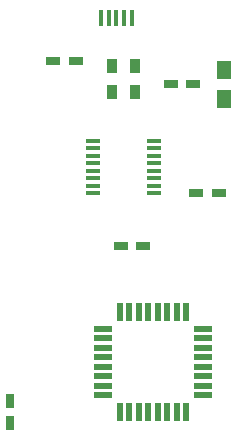
<source format=gbr>
G04 #@! TF.FileFunction,Paste,Top*
%FSLAX46Y46*%
G04 Gerber Fmt 4.6, Leading zero omitted, Abs format (unit mm)*
G04 Created by KiCad (PCBNEW 4.0.4-stable) date Fri Nov 25 15:40:38 2016*
%MOMM*%
%LPD*%
G01*
G04 APERTURE LIST*
%ADD10C,0.100000*%
%ADD11R,1.200000X0.400000*%
%ADD12R,1.200000X0.750000*%
%ADD13R,0.750000X1.200000*%
%ADD14R,1.600000X0.550000*%
%ADD15R,0.550000X1.600000*%
%ADD16R,1.250000X1.500000*%
%ADD17R,0.400000X1.350000*%
%ADD18R,0.900000X1.200000*%
G04 APERTURE END LIST*
D10*
D11*
X159900000Y-93777500D03*
X159900000Y-94412500D03*
X159900000Y-95047500D03*
X159900000Y-95682500D03*
X159900000Y-96317500D03*
X159900000Y-96952500D03*
X159900000Y-97587500D03*
X159900000Y-98222500D03*
X165100000Y-98222500D03*
X165100000Y-97587500D03*
X165100000Y-96952500D03*
X165100000Y-96317500D03*
X165100000Y-95682500D03*
X165100000Y-95047500D03*
X165100000Y-94412500D03*
X165100000Y-93777500D03*
D12*
X162250000Y-102700000D03*
X164150000Y-102700000D03*
X158450000Y-87000000D03*
X156550000Y-87000000D03*
X166500000Y-89000000D03*
X168400000Y-89000000D03*
X168650000Y-98200000D03*
X170550000Y-98200000D03*
D13*
X152900000Y-117700000D03*
X152900000Y-115800000D03*
D14*
X160750000Y-109700000D03*
X160750000Y-110500000D03*
X160750000Y-111300000D03*
X160750000Y-112100000D03*
X160750000Y-112900000D03*
X160750000Y-113700000D03*
X160750000Y-114500000D03*
X160750000Y-115300000D03*
D15*
X162200000Y-116750000D03*
X163000000Y-116750000D03*
X163800000Y-116750000D03*
X164600000Y-116750000D03*
X165400000Y-116750000D03*
X166200000Y-116750000D03*
X167000000Y-116750000D03*
X167800000Y-116750000D03*
D14*
X169250000Y-115300000D03*
X169250000Y-114500000D03*
X169250000Y-113700000D03*
X169250000Y-112900000D03*
X169250000Y-112100000D03*
X169250000Y-111300000D03*
X169250000Y-110500000D03*
X169250000Y-109700000D03*
D15*
X167800000Y-108250000D03*
X167000000Y-108250000D03*
X166200000Y-108250000D03*
X165400000Y-108250000D03*
X164600000Y-108250000D03*
X163800000Y-108250000D03*
X163000000Y-108250000D03*
X162200000Y-108250000D03*
D16*
X171000000Y-90250000D03*
X171000000Y-87750000D03*
D17*
X163200900Y-83362540D03*
X162550900Y-83362540D03*
X161900900Y-83362540D03*
X161250900Y-83362540D03*
X160600900Y-83362540D03*
D18*
X163500000Y-89600000D03*
X163500000Y-87400000D03*
X161500000Y-89600000D03*
X161500000Y-87400000D03*
M02*

</source>
